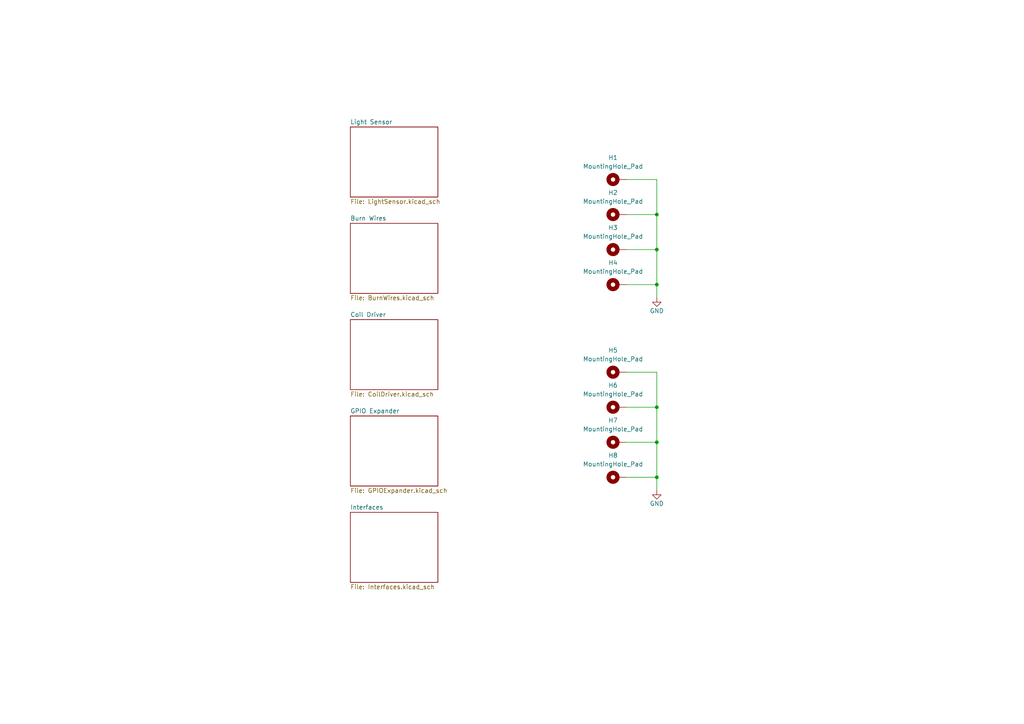
<source format=kicad_sch>
(kicad_sch (version 20250114) (generator "eeschema") (generator_version "9.0")
  (paper "A4")
  (title_block (title "Argus -Z Panel") (date "2026-02-09") (rev "Rev 6.0") (company "N. Khera") (comment 1 "V. Rajesh") (comment 2 "A. Sahay"))
  (lib_symbols
    (symbol "Mechanical:MountingHole_Pad" (pin_numbers (hide yes)) (pin_names (offset 1.016) (hide yes)) (exclude_from_sim yes) (in_bom no)
      (property "Reference" "H" (at 0 6.35 0))
      (property "Value" "MountingHole_Pad" (at 0 4.445 0))
      (symbol "MountingHole_Pad_0_1"
        (circle (center 0 1.27) (radius 1.27) (stroke (width 1.27)))
      )
      (symbol "MountingHole_Pad_1_1"
        (pin input line (at 0 -2.54 90) (length 2.54) (name "1") (number "1"))
      )
    )
    (symbol "power:GND" (power) (pin_numbers (hide yes)) (pin_names (offset 0) (hide yes))
      (property "Value" "GND" (at 0 -3.81 0))
      (symbol "GND_0_1"
        (polyline (pts (xy 0 0) (xy 0 -1.27) (xy 1.27 -1.27) (xy 0 -2.54) (xy -1.27 -1.27) (xy 0 -1.27)))
      )
      (symbol "GND_1_1"
        (pin power_in line (at 0 0 270) (length 0) (name "~") (number "1"))
      )
    )
  )
  (junction (at 190.5 138.43))
  (junction (at 190.5 82.55))
  (junction (at 190.5 118.11))
  (junction (at 190.5 72.39))
  (junction (at 190.5 128.27))
  (junction (at 190.5 62.23))
  (wire (pts (xy 190.5 52.07) (xy 181.61 52.07)))
  (wire (pts (xy 190.5 138.43) (xy 190.5 142.24)))
  (wire (pts (xy 181.61 72.39) (xy 190.5 72.39)))
  (wire (pts (xy 190.5 82.55) (xy 190.5 86.36)))
  (wire (pts (xy 181.61 118.11) (xy 190.5 118.11)))
  (wire (pts (xy 190.5 128.27) (xy 190.5 118.11)))
  (wire (pts (xy 181.61 128.27) (xy 190.5 128.27)))
  (wire (pts (xy 181.61 62.23) (xy 190.5 62.23)))
  (wire (pts (xy 190.5 72.39) (xy 190.5 62.23)))
  (wire (pts (xy 190.5 118.11) (xy 190.5 107.95)))
  (wire (pts (xy 190.5 138.43) (xy 190.5 128.27)))
  (wire (pts (xy 190.5 107.95) (xy 181.61 107.95)))
  (wire (pts (xy 190.5 82.55) (xy 190.5 72.39)))
  (wire (pts (xy 181.61 138.43) (xy 190.5 138.43)))
  (wire (pts (xy 190.5 62.23) (xy 190.5 52.07)))
  (wire (pts (xy 181.61 82.55) (xy 190.5 82.55)))
  (symbol (lib_id "Mechanical:MountingHole_Pad") (at 179.07 62.23 90) (unit 1) (exclude_from_sim yes) (in_bom no)
    (property "Reference" "H2" (at 177.8 55.88 90))
    (property "Value" "MountingHole_Pad" (at 177.8 58.42 90))
    (property "Footprint" "Argus-Miscellaneous:MountingHole_3.2mm_M3_DIN965_Pad_TopBottom" (effects (hide yes)))
    (property "Description" "Mounting Hole with connection" (effects (hide yes)))
  )
  (symbol (lib_id "Mechanical:MountingHole_Pad") (at 179.07 72.39 90) (unit 1) (exclude_from_sim yes) (in_bom no)
    (property "Reference" "H3" (at 177.8 66.04 90))
    (property "Value" "MountingHole_Pad" (at 177.8 68.58 90))
    (property "Footprint" "Argus-Miscellaneous:MountingHole_3.2mm_M3_DIN965_Pad_TopBottom" (effects (hide yes)))
    (property "Description" "Mounting Hole with connection" (effects (hide yes)))
  )
  (symbol (lib_id "power:GND") (at 190.5 142.24 0) (unit 1)
    (property "Reference" "#PWR05" (effects (hide yes)))
    (property "Value" "GND" (at 190.5 146.05 0))
    (property "Description" "Power symbol creates a global label with name \"GND\" , ground" (effects (hide yes)))
  )
  (symbol (lib_id "power:GND") (at 190.5 86.36 0) (unit 1)
    (property "Reference" "#PWR04" (effects (hide yes)))
    (property "Value" "GND" (at 190.5 90.17 0))
    (property "Description" "Power symbol creates a global label with name \"GND\" , ground" (effects (hide yes)))
  )
  (symbol (lib_id "Mechanical:MountingHole_Pad") (at 179.07 138.43 90) (unit 1) (exclude_from_sim yes) (in_bom no)
    (property "Reference" "H8" (at 177.8 132.08 90))
    (property "Value" "MountingHole_Pad" (at 177.8 134.62 90))
    (property "Footprint" "Argus-Miscellaneous:MountingHole_3.2mm_M3_DIN965_Pad_TopBottom" (effects (hide yes)))
    (property "Description" "Mounting Hole with connection" (effects (hide yes)))
  )
  (symbol (lib_id "Mechanical:MountingHole_Pad") (at 179.07 52.07 90) (unit 1) (exclude_from_sim yes) (in_bom no)
    (property "Reference" "H1" (at 177.8 45.72 90))
    (property "Value" "MountingHole_Pad" (at 177.8 48.26 90))
    (property "Footprint" "Argus-Miscellaneous:MountingHole_3.2mm_M3_DIN965_Pad_TopBottom" (effects (hide yes)))
    (property "Description" "Mounting Hole with connection" (effects (hide yes)))
  )
  (symbol (lib_id "Mechanical:MountingHole_Pad") (at 179.07 82.55 90) (unit 1) (exclude_from_sim yes) (in_bom no)
    (property "Reference" "H4" (at 177.8 76.2 90))
    (property "Value" "MountingHole_Pad" (at 177.8 78.74 90))
    (property "Footprint" "Argus-Miscellaneous:MountingHole_3.2mm_M3_DIN965_Pad_TopBottom" (effects (hide yes)))
    (property "Description" "Mounting Hole with connection" (effects (hide yes)))
  )
  (symbol (lib_id "Mechanical:MountingHole_Pad") (at 179.07 128.27 90) (unit 1) (exclude_from_sim yes) (in_bom no)
    (property "Reference" "H7" (at 177.8 121.92 90))
    (property "Value" "MountingHole_Pad" (at 177.8 124.46 90))
    (property "Footprint" "Argus-Miscellaneous:MountingHole_3.2mm_M3_DIN965_Pad_TopBottom" (effects (hide yes)))
    (property "Description" "Mounting Hole with connection" (effects (hide yes)))
  )
  (symbol (lib_id "Mechanical:MountingHole_Pad") (at 179.07 107.95 90) (unit 1) (exclude_from_sim yes) (in_bom no)
    (property "Reference" "H5" (at 177.8 101.6 90))
    (property "Value" "MountingHole_Pad" (at 177.8 104.14 90))
    (property "Footprint" "Argus-Miscellaneous:MountingHole_3.2mm_M3_DIN965_Pad_TopBottom" (effects (hide yes)))
    (property "Description" "Mounting Hole with connection" (effects (hide yes)))
  )
  (symbol (lib_id "Mechanical:MountingHole_Pad") (at 179.07 118.11 90) (unit 1) (exclude_from_sim yes) (in_bom no)
    (property "Reference" "H6" (at 177.8 111.76 90))
    (property "Value" "MountingHole_Pad" (at 177.8 114.3 90))
    (property "Footprint" "Argus-Miscellaneous:MountingHole_3.2mm_M3_DIN965_Pad_TopBottom" (effects (hide yes)))
    (property "Description" "Mounting Hole with connection" (effects (hide yes)))
  )
  (sheet (at 101.6 120.65) (size 25.4 20.32) (stroke (width 0.1524))
    (property "Sheetname" "GPIO Expander" (at 101.6 119.9384 0) (effects (justify left bottom)))
    (property "Sheetfile" "GPIOExpander.kicad_sch" (at 101.6 141.5546 0) (effects (justify left top)))
  )
  (sheet (at 101.6 36.83) (size 25.4 20.32) (stroke (width 0.1524))
    (property "Sheetname" "Light Sensor" (at 101.6 36.1184 0) (effects (justify left bottom)))
    (property "Sheetfile" "LightSensor.kicad_sch" (at 101.6 57.7346 0) (effects (justify left top)))
  )
  (sheet (at 101.6 92.71) (size 25.4 20.32) (stroke (width 0.1524))
    (property "Sheetname" "Coil Driver" (at 101.6 91.9984 0) (effects (justify left bottom)))
    (property "Sheetfile" "CoilDriver.kicad_sch" (at 101.6 113.6146 0) (effects (justify left top)))
  )
  (sheet (at 101.6 64.77) (size 25.4 20.32) (stroke (width 0.1524))
    (property "Sheetname" "Burn Wires" (at 101.6 64.0584 0) (effects (justify left bottom)))
    (property "Sheetfile" "BurnWires.kicad_sch" (at 101.6 85.6746 0) (effects (justify left top)))
  )
  (sheet (at 101.6 148.59) (size 25.4 20.32) (stroke (width 0.1524))
    (property "Sheetname" "Interfaces" (at 101.6 147.8784 0) (effects (justify left bottom)))
    (property "Sheetfile" "Interfaces.kicad_sch" (at 101.6 169.4946 0) (effects (justify left top)))
  )
)
</source>
